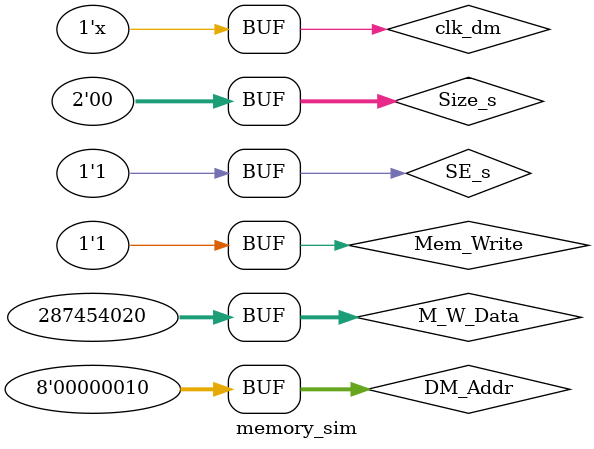
<source format=v>
`timescale 1ns / 1ps

module memory_sim();
    reg Mem_Write;             //¶ÁÐ´²Ù×÷£¬0£º¶Á£»1£ºÐ´
    reg clk_dm;
    reg [7:0] DM_Addr;         //µØÖ·ÊäÈë
    reg [31:0] M_W_Data;       //Êý¾ÝÊäÈë
    reg [1:0]Size_s;           //·ÃÎÊ³ß´ç
    reg SE_s;                  //À©Õ¹·½Ê½
    wire [31:0] M_R_Data;      //Êý¾ÝÊä³ö
  
    
    memory mem(    
        .Mem_Write(Mem_Write),         //¶ÁÐ´²Ù×÷£¬0£º¶Á£»1£ºÐ´
        .clk_dm(clk_dm),
        .DM_Addr(DM_Addr),            //µØÖ·ÊäÈë£¬ºöÂÔ×îµÍÁ½Î»
        .M_W_Data(M_W_Data),
        .Size_s(Size_s),              //·ÃÎÊ³ß´ç
        .SE_s(SE_s),                  //À©Õ¹·½Ê½
        .M_R_Data(M_R_Data)           //Êý¾ÝÊä³ö
    );
    always #20 clk_dm = ~clk_dm;
    initial begin
        DM_Addr = 0;
		M_W_Data = 32'h66778899;
		Mem_Write = 1;   //³õÊ¼»¯Ð´Èë
		clk_dm = 0;
		//°´×Ö½Ú·ÃÎÊ,¶Á²Ù×÷
		#50;
		Size_s = 2'b00;
		Mem_Write = 0;
		
		DM_Addr = 8'b0000_0000;
		SE_s = 0;#50;SE_s = 1;
		#50;
		DM_Addr = 8'b0000_0001;
		SE_s = 0;#50;SE_s = 1;
		#50;
		DM_Addr = 8'b0000_0010;
		SE_s = 0;#50;SE_s = 1;
		#50;
		DM_Addr = 8'b0000_0011;
		SE_s = 0;#50;SE_s = 1;
		
		//°´×Ö½Ú·ÃÎÊ£¬Ð´²Ù×÷
		#50;
		M_W_Data = 32'h11223344;
		Size_s = 2'b00;
	    Mem_Write = 1;
	    #50;
		DM_Addr = 8'b0000_0000;
		#50;
		DM_Addr = 8'b0000_0001;
		#50;
		DM_Addr = 8'b0000_0010;
		#50;
		DM_Addr = 8'b0000_0011;
		
		//°´°ë×Ö·ÃÎÊ
		#50;
		M_W_Data = 32'h66778899;
		Mem_Write = 1;   //³õÊ¼»¯Ð´Èë
		//¶Á²Ù×÷
        #50;
		Size_s = 2'b01;
		Mem_Write = 0;
		
        DM_Addr = 8'b0000_0000;
		SE_s = 0;#50;SE_s = 1;
		#50;
		DM_Addr = 8'b0000_0010;
		SE_s = 0;#50;SE_s = 1;
		
		//Ð´²Ù×÷
		#50;
		M_W_Data = 32'h11223344;
		Size_s = 2'b00;
	    Mem_Write = 1;
	    #50;
		DM_Addr = 8'b0000_0000;
		#50;
		DM_Addr = 8'b0000_0010;
		
		//°´×Ö·ÃÎÊ
		#50;
		M_W_Data = 32'h66778899;
		Mem_Write = 1;   //³õÊ¼»¯Ð´Èë
		//¶Á²Ù×÷
        #50;
		Size_s = 2'b01;
		Mem_Write = 0;
		
        DM_Addr = 8'b0000_0000;
		SE_s = 0;#50;SE_s = 1;
		#50;
		DM_Addr = 8'b0000_0010;
		SE_s = 0;#50;SE_s = 1;
		
		//Ð´²Ù×÷
		#50;
		M_W_Data = 32'h11223344;
		Size_s = 2'b00;
	    Mem_Write = 1;
	    #50;
		DM_Addr = 8'b0000_0000;
		#50;
		DM_Addr = 8'b0000_0010;
        
    end
endmodule

</source>
